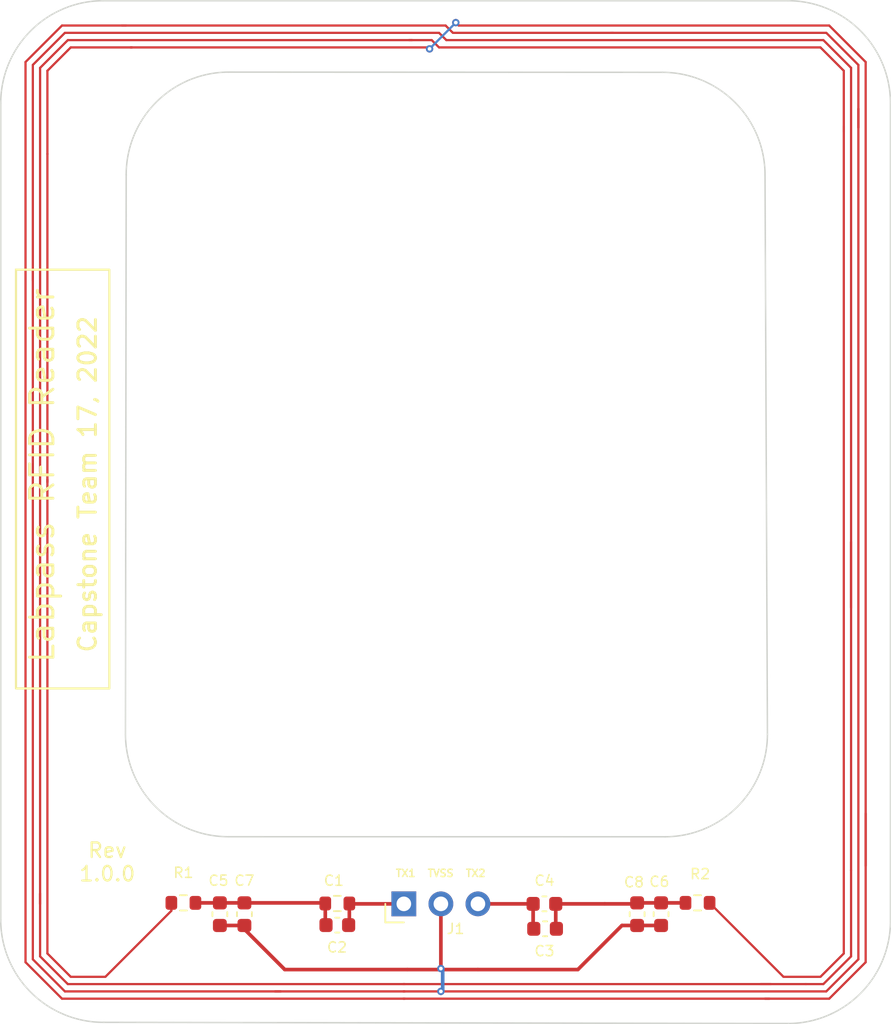
<source format=kicad_pcb>
(kicad_pcb (version 20211014) (generator pcbnew)
  (title_block (title "Labpass RFID Reader - Mezzanine") (date "2022-05-15") (rev "1.0.0"))
  (layers (0 "F.Cu" signal) (31 "B.Cu" signal) (34 "B.Paste" user) (35 "F.Paste" user) (36 "B.SilkS" user "B.Silkscreen") (37 "F.SilkS" user "F.Silkscreen") (38 "B.Mask" user) (39 "F.Mask" user) (44 "Edge.Cuts" user))
  (net 0 "")
  (net 1 "Net-(C1-Pad1)")
  (net 2 "Net-(C1-Pad2)")
  (net 3 "Net-(C3-Pad1)")
  (net 4 "Net-(C3-Pad2)")
  (net 5 "Net-(C5-Pad1)")
  (footprint "Resistor_SMD:R_0603_1608Metric" (layer "F.Cu") (at 132.1 116.375005 180)
    (fp_text reference "C1" (at 0.237258 1.567005 180) (layer "F.SilkS") (effects (font (size 0.7 0.7) (thickness 0.1))))
    (fp_text value "11p")
    (fp_line (start -0.237258 -0.5225) (end 0.237258 -0.5225) (layer "F.SilkS") (width 0.12))
    (fp_line (start -0.237258 0.5225) (end 0.237258 0.5225) (layer "F.SilkS") (width 0.12))
    (pad "1" smd roundrect (at -0.825 0 180) (size 0.8 0.95) (layers "F.Cu" "F.Paste" "F.Mask") (net 1 "Net-(C1-Pad1)"))
    (pad "2" smd roundrect (at 0.825 0 180) (size 0.8 0.95) (layers "F.Cu" "F.Paste" "F.Mask") (net 2 "Net-(C1-Pad2)"))
  )
  (footprint "MountingHole:MountingHole_2.5mm" (layer "F.Cu") (at 114.985704 118.617817)
    (fp_text reference "REF**" hide)
    (fp_text value "MountingHole_2.5mm" hide)
    (pad "" np_thru_hole circle (at 0 0) (size 2.5 2.5) (drill 2.5) (layers *.Cu *.Mask))
  )
  (footprint "Capacitor_SMD:C_0603_1608Metric" (layer "F.Cu") (at 124.046907 117.107 90)
    (fp_text reference "C5" (at 2.299 -0.094907 180) (layer "F.SilkS") (effects (font (size 0.7 0.7) (thickness 0.1))))
    (fp_text value "30p")
    (fp_line (start -0.14058 0.51) (end 0.14058 0.51) (layer "F.SilkS") (width 0.12))
    (fp_line (start -0.14058 -0.51) (end 0.14058 -0.51) (layer "F.SilkS") (width 0.12))
    (pad "1" smd roundrect (at -0.775 0 90) (size 0.9 0.95) (layers "F.Cu" "F.Paste" "F.Mask") (net 5 "Net-(C5-Pad1)"))
    (pad "2" smd roundrect (at 0.775 0 90) (size 0.9 0.95) (layers "F.Cu" "F.Paste" "F.Mask") (net 2 "Net-(C1-Pad2)"))
  )
  (footprint "Capacitor_SMD:C_0603_1608Metric" (layer "F.Cu") (at 132.1 117.856 180)
    (fp_text reference "C2" (at 0.02 -1.524 180) (layer "F.SilkS") (effects (font (size 0.7 0.7) (thickness 0.1))))
    (fp_text value "NC")
    (fp_line (start -0.14058 0.51) (end 0.14058 0.51) (layer "F.SilkS") (width 0.12))
    (fp_line (start -0.14058 -0.51) (end 0.14058 -0.51) (layer "F.SilkS") (width 0.12))
    (pad "1" smd roundrect (at -0.775 0 180) (size 0.9 0.95) (layers "F.Cu" "F.Paste" "F.Mask") (net 1 "Net-(C1-Pad1)"))
    (pad "2" smd roundrect (at 0.775 0 180) (size 0.9 0.95) (layers "F.Cu" "F.Paste" "F.Mask") (net 2 "Net-(C1-Pad2)"))
  )
  (footprint "Capacitor_SMD:C_0603_1608Metric" (layer "F.Cu") (at 152.654 117.107 90)
    (fp_text reference "C8" (at 2.192 -0.216 180) (layer "F.SilkS") (effects (font (size 0.7 0.7) (thickness 0.1))))
    (fp_text value "32p")
    (fp_line (start -0.14058 0.51) (end 0.14058 0.51) (layer "F.SilkS") (width 0.12))
    (fp_line (start -0.14058 -0.51) (end 0.14058 -0.51) (layer "F.SilkS") (width 0.12))
    (pad "1" smd roundrect (at -0.775 0 90) (size 0.9 0.95) (layers "F.Cu" "F.Paste" "F.Mask") (net 5 "Net-(C5-Pad1)"))
    (pad "2" smd roundrect (at 0.775 0 90) (size 0.9 0.95) (layers "F.Cu" "F.Paste" "F.Mask") (net 4 "Net-(C3-Pad2)"))
  )
  (footprint "MountingHole:MountingHole_2.5mm" (layer "F.Cu") (at 114.960704 60.667817)
    (fp_text reference "REF**" hide)
    (fp_text value "MountingHole_2.5mm" hide)
    (pad "" np_thru_hole circle (at 0 0) (size 2.5 2.5) (drill 2.5) (layers *.Cu *.Mask))
  )
  (footprint "Resistor_SMD:R_0603_1608Metric" (layer "F.Cu") (at 156.796907 116.332)
    (fp_text reference "R2" (at 0.175093 -1.976994) (layer "F.SilkS") (effects (font (size 0.7 0.7) (thickness 0.1))))
    (fp_text value "R_US")
    (fp_line (start -0.237258 -0.5225) (end 0.237258 -0.5225) (layer "F.SilkS") (width 0.12))
    (fp_line (start -0.237258 0.5225) (end 0.237258 0.5225) (layer "F.SilkS") (width 0.12))
    (pad "1" smd roundrect (at -0.825 0) (size 0.8 0.95) (layers "F.Cu" "F.Paste" "F.Mask") (net 4 "Net-(C3-Pad2)"))
    (pad "2" smd roundrect (at 0.825 0) (size 0.8 0.95) (layers "F.Cu" "F.Paste" "F.Mask") (net 5 "Net-(C5-Pad1)"))
  )
  (footprint "MountingHole:MountingHole_2.5mm" (layer "F.Cu") (at 163.960704 60.567817)
    (fp_text reference "REF**" hide)
    (fp_text value "MountingHole_2.5mm" hide)
    (pad "" np_thru_hole circle (at 0 0) (size 2.5 2.5) (drill 2.5) (layers *.Cu *.Mask))
  )
  (footprint "Capacitor_SMD:C_0603_1608Metric" (layer "F.Cu") (at 146.3 116.4)
    (fp_text reference "C4" (at 0.004 -1.592) (layer "F.SilkS") (effects (font (size 0.7 0.7) (thickness 0.1))))
    (fp_text value "11p")
    (fp_line (start -0.14058 0.51) (end 0.14058 0.51) (layer "F.SilkS") (width 0.12))
    (fp_line (start -0.14058 -0.51) (end 0.14058 -0.51) (layer "F.SilkS") (width 0.12))
    (pad "1" smd roundrect (at -0.775 0) (size 0.9 0.95) (layers "F.Cu" "F.Paste" "F.Mask") (net 3 "Net-(C3-Pad1)"))
    (pad "2" smd roundrect (at 0.775 0) (size 0.9 0.95) (layers "F.Cu" "F.Paste" "F.Mask") (net 4 "Net-(C3-Pad2)"))
  )
  (footprint "Capstone Footprint Library:PinHeader_1x03_P2.54mm_Horizontal" (layer "F.Cu") (at 136.66 116.4 90)
    (fp_text reference "J1" (at -1.71 3.548 180) (layer "F.SilkS") (effects (font (size 0.7 0.7) (thickness 0.1))))
    (fp_text value "Conn_01x03_Male" hide)
    (fp_line (start -1.27 0) (end -1.27 -1.27) (layer "F.SilkS") (width 0.12))
    (fp_line (start -1.27 -1.27) (end 0 -1.27) (layer "F.SilkS") (width 0.12))
    (pad "1" thru_hole rect (at 0 0 90) (size 1.7 1.7) (drill 1) (layers *.Cu *.Mask) (net 1 "Net-(C1-Pad1)"))
    (pad "2" thru_hole oval (at 0 2.54 90) (size 1.7 1.7) (drill 1) (layers *.Cu *.Mask) (net 5 "Net-(C5-Pad1)"))
    (pad "3" thru_hole oval (at 0 5.08 90) (size 1.7 1.7) (drill 1) (layers *.Cu *.Mask) (net 3 "Net-(C3-Pad1)"))
  )
  (footprint "MountingHole:MountingHole_2.5mm" (layer "F.Cu") (at 164.035704 118.567817)
    (fp_text reference "REF**" hide)
    (fp_text value "MountingHole_2.5mm" hide)
    (pad "" np_thru_hole circle (at 0 0) (size 2.5 2.5) (drill 2.5) (layers *.Cu *.Mask))
  )
  (footprint "Capacitor_SMD:C_0603_1608Metric" (layer "F.Cu") (at 146.345 118.11)
    (fp_text reference "C3" (at -0.041 1.524) (layer "F.SilkS") (effects (font (size 0.7 0.7) (thickness 0.1))))
    (fp_text value "NC")
    (fp_line (start -0.14058 0.51) (end 0.14058 0.51) (layer "F.SilkS") (width 0.12))
    (fp_line (start -0.14058 -0.51) (end 0.14058 -0.51) (layer "F.SilkS") (width 0.12))
    (pad "1" smd roundrect (at -0.775 0) (size 0.9 0.95) (layers "F.Cu" "F.Paste" "F.Mask") (net 3 "Net-(C3-Pad1)"))
    (pad "2" smd roundrect (at 0.775 0) (size 0.9 0.95) (layers "F.Cu" "F.Paste" "F.Mask") (net 4 "Net-(C3-Pad2)"))
  )
  (footprint "Resistor_SMD:R_0603_1608Metric" (layer "F.Cu") (at 121.546907 116.332 180)
    (fp_text reference "R1" (at 0 2.067005) (layer "F.SilkS") (effects (font (size 0.7 0.7) (thickness 0.1))))
    (fp_text value "R_US")
    (fp_line (start -0.237258 -0.5225) (end 0.237258 -0.5225) (layer "F.SilkS") (width 0.12))
    (fp_line (start -0.237258 0.5225) (end 0.237258 0.5225) (layer "F.SilkS") (width 0.12))
    (pad "1" smd roundrect (at -0.825 0 180) (size 0.8 0.95) (layers "F.Cu" "F.Paste" "F.Mask") (net 2 "Net-(C1-Pad2)"))
    (pad "2" smd roundrect (at 0.825 0 180) (size 0.8 0.95) (layers "F.Cu" "F.Paste" "F.Mask") (net 5 "Net-(C5-Pad1)"))
  )
  (footprint "Capacitor_SMD:C_0603_1608Metric" (layer "F.Cu") (at 125.73 117.107 -90)
    (fp_text reference "C7" (at -2.299 0) (layer "F.SilkS") (effects (font (size 0.7 0.7) (thickness 0.1))))
    (fp_text value "32p")
    (fp_line (start -0.14058 0.51) (end 0.14058 0.51) (layer "F.SilkS") (width 0.12))
    (fp_line (start -0.14058 -0.51) (end 0.14058 -0.51) (layer "F.SilkS") (width 0.12))
    (pad "1" smd roundrect (at -0.775 0 270) (size 0.9 0.95) (layers "F.Cu" "F.Paste" "F.Mask") (net 2 "Net-(C1-Pad2)"))
    (pad "2" smd roundrect (at 0.775 0 270) (size 0.9 0.95) (layers "F.Cu" "F.Paste" "F.Mask") (net 5 "Net-(C5-Pad1)"))
  )
  (footprint "Capacitor_SMD:C_0603_1608Metric" (layer "F.Cu") (at 154.296907 117.107 -90)
    (fp_text reference "C6" (at -2.226994 0.118907) (layer "F.SilkS") (effects (font (size 0.7 0.7) (thickness 0.1))))
    (fp_text value "30p")
    (fp_line (start -0.14058 0.51) (end 0.14058 0.51) (layer "F.SilkS") (width 0.12))
    (fp_line (start -0.14058 -0.51) (end 0.14058 -0.51) (layer "F.SilkS") (width 0.12))
    (pad "1" smd roundrect (at -0.775 0 270) (size 0.9 0.95) (layers "F.Cu" "F.Paste" "F.Mask") (net 4 "Net-(C3-Pad2)"))
    (pad "2" smd roundrect (at 0.775 0 270) (size 0.9 0.95) (layers "F.Cu" "F.Paste" "F.Mask") (net 5 "Net-(C5-Pad1)"))
  )
  (gr_rect (start 110.070004 101.634999) (end 116.470004 72.934999) (layer "F.SilkS") (width 0.15) (fill none))
  (gr_line (start 124.648125 111.79751) (end 154.574972 111.8025) (layer "Edge.Cuts") (width 0.1))
  (gr_arc (start 116.096222 124.520005) (mid 111.103006 122.47769) (end 109.023097 117.500005) (layer "Edge.Cuts") (width 0.1))
  (gr_arc (start 170.023097 117.570025) (mid 167.970004 122.535002) (end 163.009972 124.600005) (layer "Edge.Cuts") (width 0.1))
  (gr_line (start 162.993117 54.500005) (end 116.036222 54.500005) (layer "Edge.Cuts") (width 0.1))
  (gr_line (start 161.423097 66.420625) (end 161.588097 104.77252) (layer "Edge.Cuts") (width 0.1))
  (gr_arc (start 109.023097 61.529985) (mid 111.076178 56.565001) (end 116.036222 54.500005) (layer "Edge.Cuts") (width 0.1))
  (gr_line (start 117.625 66.422491) (end 117.575 104.77751) (layer "Edge.Cuts") (width 0.1))
  (gr_arc (start 124.648125 111.79751) (mid 119.654876 109.755226) (end 117.575 104.77751) (layer "Edge.Cuts") (width 0.1))
  (gr_arc (start 117.625 66.422491) (mid 119.678079 61.457504) (end 124.638125 59.392511) (layer "Edge.Cuts") (width 0.1))
  (gr_line (start 124.638125 59.392511) (end 154.393117 59.4075) (layer "Edge.Cuts") (width 0.1))
  (gr_line (start 109.023097 117.500005) (end 109.023097 61.529985) (layer "Edge.Cuts") (width 0.1))
  (gr_line (start 170.023097 117.570025) (end 170.023097 61.51313) (layer "Edge.Cuts") (width 0.1))
  (gr_arc (start 162.993117 54.500005) (mid 167.958097 56.553087) (end 170.023097 61.51313) (layer "Edge.Cuts") (width 0.1))
  (gr_arc (start 154.393117 59.4075) (mid 159.358099 61.460581) (end 161.423097 66.420625) (layer "Edge.Cuts") (width 0.1))
  (gr_arc (start 161.588097 104.77252) (mid 159.535019 109.73753) (end 154.574972 111.8025) (layer "Edge.Cuts") (width 0.1))
  (gr_line (start 163.009972 124.600005) (end 116.096222 124.520005) (layer "Edge.Cuts") (width 0.1))
  (gr_text "Capstone Team 17, 2022" (at 114.970004 87.634999 -270) (layer "F.SilkS") (effects (font (size 1.2 1.2) (thickness 0.2))))
  (gr_text "Labpass RFID Reader" (at 111.870004 87.034999 -270) (layer "F.SilkS") (effects (font (size 1.6 1.6) (thickness 0.2))))
  (gr_text "TX2" (at 141.584 114.3) (layer "F.SilkS") (effects (font (size 0.5 0.5) (thickness 0.1))))
  (gr_text "TVSS" (at 139.184 114.3) (layer "F.SilkS") (effects (font (size 0.5 0.5) (thickness 0.1))))
  (gr_text "TX1" (at 136.784 114.3) (layer "F.SilkS") (effects (font (size 0.5 0.5) (thickness 0.1))))
  (gr_text "Rev\n1.0.0" (at 116.332 113.538) (layer "F.SilkS") (effects (font (size 1 1))))
  (segment (start 132.925 116.375005) (end 132.925 117.806) (width 0.25) (layer "F.Cu") (net 1))
  (segment (start 136.66 116.4) (end 132.949995 116.4) (width 0.25) (layer "F.Cu") (net 1))
  (segment (start 132.925 117.806) (end 132.875 117.856) (width 0.25) (layer "F.Cu") (net 1))
  (segment (start 132.949995 116.4) (end 132.925 116.375005) (width 0.25) (layer "F.Cu") (net 1))
  (segment (start 124.046907 116.332) (end 125.73 116.332) (width 0.25) (layer "F.Cu") (net 2))
  (segment (start 131.231995 116.332) (end 131.275 116.375005) (width 0.25) (layer "F.Cu") (net 2))
  (segment (start 131.275 117.806) (end 131.325 117.856) (width 0.25) (layer "F.Cu") (net 2))
  (segment (start 122.371907 116.332) (end 124.046907 116.332) (width 0.25) (layer "F.Cu") (net 2))
  (segment (start 125.73 116.332) (end 131.231995 116.332) (width 0.25) (layer "F.Cu") (net 2))
  (segment (start 131.275 116.375005) (end 131.275 117.806) (width 0.25) (layer "F.Cu") (net 2))
  (segment (start 141.74 116.4) (end 145.525 116.4) (width 0.25) (layer "F.Cu") (net 3))
  (segment (start 145.525 116.4) (end 145.525 118.065) (width 0.25) (layer "F.Cu") (net 3))
  (segment (start 150.436 116.4) (end 152.586 116.4) (width 0.25) (layer "F.Cu") (net 4))
  (segment (start 152.654 116.332) (end 154.296907 116.332) (width 0.25) (layer "F.Cu") (net 4))
  (segment (start 154.296907 116.332) (end 155.971907 116.332) (width 0.25) (layer "F.Cu") (net 4))
  (segment (start 152.586 116.4) (end 152.654 116.332) (width 0.25) (layer "F.Cu") (net 4))
  (segment (start 147.075 116.4) (end 150.436 116.4) (width 0.25) (layer "F.Cu") (net 4))
  (segment (start 147.075 116.4) (end 147.075 118.065) (width 0.25) (layer "F.Cu") (net 4))
  (segment (start 161.723097 122.900005) (end 136.623097 122.900005) (width 0.1524) (layer "F.Cu") (net 5))
  (segment (start 136.906 120.904) (end 139.130999 120.904) (width 0.25) (layer "F.Cu") (net 5))
  (segment (start 139.523097 56.200005) (end 140.023097 56.700005) (width 0.1524) (layer "F.Cu") (net 5))
  (segment (start 167.823097 61.900005) (end 167.823097 120.200005) (width 0.1524) (layer "F.Cu") (net 5))
  (segment (start 162.689912 121.400005) (end 157.621907 116.332) (width 0.1524) (layer "F.Cu") (net 5))
  (segment (start 139.269001 120.904) (end 139.2 120.834999) (width 0.25) (layer "F.Cu") (net 5))
  (segment (start 168.323097 113.800005) (end 168.323097 58.700005) (width 0.1524) (layer "F.Cu") (net 5))
  (segment (start 150.823097 56.700005) (end 165.623097 56.700005) (width 0.1524) (layer "F.Cu") (net 5))
  (segment (start 168.323097 120.400005) (end 165.823097 122.900005) (width 0.1524) (layer "F.Cu") (net 5))
  (segment (start 136.906 120.904) (end 128.498 120.904) (width 0.25) (layer "F.Cu") (net 5))
  (segment (start 116.196907 121.400005) (end 113.823097 121.400005) (width 0.1524) (layer "F.Cu") (net 5))
  (segment (start 110.723097 58.700005) (end 113.223097 56.200005) (width 0.1524) (layer "F.Cu") (net 5))
  (segment (start 113.623097 121.900005) (end 111.723097 120.000005) (width 0.1524) (layer "F.Cu") (net 5))
  (segment (start 113.823097 121.400005) (end 112.223097 119.800005) (width 0.1524) (layer "F.Cu") (net 5))
  (segment (start 111.223097 120.200005) (end 111.223097 72.900005) (width 0.1524) (layer "F.Cu") (net 5))
  (segment (start 139.073097 57.700005) (end 165.223097 57.700005) (width 0.1524) (layer "F.Cu") (net 5))
  (segment (start 167.823097 58.900005) (end 167.823097 63.200005) (width 0.1524) (layer "F.Cu") (net 5))
  (segment (start 165.223097 57.700005) (end 166.823097 59.300005) (width 0.1524) (layer "F.Cu") (net 5))
  (segment (start 167.323097 114.100005) (end 167.323097 120.000005) (width 0.1524) (layer "F.Cu") (net 5))
  (segment (start 164.223097 121.900005) (end 161.123097 121.900005) (width 0.1524) (layer "F.Cu") (net 5))
  (segment (start 137.023097 57.200005) (end 138.573097 57.200005) (width 0.1524) (layer "F.Cu") (net 5))
  (segment (start 167.823097 120.200005) (end 165.623097 122.400005) (width 0.1524) (layer "F.Cu") (net 5))
  (segment (start 113.423097 122.400005) (end 111.223097 120.200005) (width 0.1524) (layer "F.Cu") (net 5))
  (segment (start 112.223097 87.500005) (end 112.223097 65.000005) (width 0.1524) (layer "F.Cu") (net 5))
  (segment (start 111.723097 116.400005) (end 111.723097 59.100005) (width 0.1524) (layer "F.Cu") (net 5))
  (segment (start 152.654 117.882) (end 151.612 117.882) (width 0.25) (layer "F.Cu") (net 5))
  (segment (start 117.323097 56.200005) (end 139.523097 56.200005) (width 0.1524) (layer "F.Cu") (net 5))
  (segment (start 112.223097 65.000005) (end 112.223097 59.300005) (width 0.1524) (layer "F.Cu") (net 5))
  (segment (start 167.323097 120.000005) (end 166.323097 121.000005) (width 0.1524) (layer "F.Cu") (net 5))
  (segment (start 140.023097 56.700005) (end 151.023097 56.700005) (width 0.1524) (layer "F.Cu") (net 5))
  (segment (start 136.723097 122.400005) (end 127.823097 122.400005) (width 0.1524) (layer "F.Cu") (net 5))
  (segment (start 120.721907 116.332) (end 120.721907 116.875005) (width 0.1524) (layer "F.Cu") (net 5))
  (segment (start 166.823097 63.100005) (end 166.823097 119.800005) (width 0.1524) (layer "F.Cu") (net 5))
  (segment (start 166.823097 59.300005) (end 166.823097 63.500005) (width 0.1524) (layer "F.Cu") (net 5))
  (segment (start 113.423097 56.700005) (end 139.073097 56.700005) (width 0.1524) (layer "F.Cu") (net 5))
  (segment (start 113.623097 57.900005) (end 113.823097 57.700005) (width 0.1524) (layer "F.Cu") (net 5))
  (segment (start 167.323097 59.100005) (end 167.323097 96.100005) (width 0.1524) (layer "F.Cu") (net 5))
  (segment (start 139.573097 57.200005) (end 165.423097 57.200005) (width 0.1524) (layer "F.Cu") (net 5))
  (segment (start 139.2 116.4) (end 139.2 120.834999) (width 0.25) (layer "F.Cu") (net 5))
  (segment (start 154.296907 117.882) (end 152.654 117.882) (width 0.25) (layer "F.Cu") (net 5))
  (segment (start 110.723097 120.400005) (end 110.723097 58.700005) (width 0.1524) (layer "F.Cu") (net 5))
  (segment (start 161.823097 121.900005) (end 136.623097 121.900005) (width 0.1524) (layer "F.Cu") (net 5))
  (segment (start 136.723097 121.900005) (end 113.623097 121.900005) (width 0.1524) (layer "F.Cu") (net 5))
  (segment (start 111.723097 120.000005) (end 111.723097 115.700005) (width 0.1524) (layer "F.Cu") (net 5))
  (segment (start 111.223097 73.700005) (end 111.223097 58.900005) (width 0.1524) (layer "F.Cu") (net 5))
  (segment (start 111.723097 59.100005) (end 113.623097 57.200005) (width 0.1524) (layer "F.Cu") (net 5))
  (segment (start 139.130999 120.904) (end 139.2 120.834999) (width 0.25) (layer "F.Cu") (net 5))
  (segment (start 165.623097 56.700005) (end 167.823097 58.900005) (width 0.1524) (layer "F.Cu") (net 5))
  (segment (start 117.923097 57.700005) (end 138.323097 57.700005) (width 0.1524) (layer "F.Cu") (net 5))
  (segment (start 113.223097 56.200005) (end 117.623097 56.200005) (width 0.1524) (layer "F.Cu") (net 5))
  (segment (start 167.323097 91.600005) (end 167.323097 114.100005) (width 0.1524) (layer "F.Cu") (net 5))
  (segment (start 168.323097 58.700005) (end 165.823097 56.200005) (width 0.1524) (layer "F.Cu") (net 5))
  (segment (start 113.823097 57.700005) (end 118.023097 57.700005) (width 0.1524) (layer "F.Cu") (net 5))
  (segment (start 128.223097 122.400005) (end 113.423097 122.400005) (width 0.1524) (layer "F.Cu") (net 5))
  (segment (start 113.623097 57.200005) (end 137.223097 57.200005) (width 0.1524) (layer "F.Cu") (net 5))
  (segment (start 165.423097 121.900005) (end 164.223097 121.900005) (width 0.1524) (layer "F.Cu") (net 5))
  (segment (start 151.612 117.882) (end 148.59 120.904) (width 0.25) (layer "F.Cu") (net 5))
  (segment (start 125.73 118.136) (end 125.73 117.882) (width 0.25) (layer "F.Cu") (net 5))
  (segment (start 166.823097 119.800005) (end 165.223097 121.400005) (width 0.1524) (layer "F.Cu") (net 5))
  (segment (start 165.623097 122.400005) (end 136.623097 122.400005) (width 0.1524) (layer "F.Cu") (net 5))
  (segment (start 166.323097 121.000005) (end 165.423097 121.900005) (width 0.1524) (layer "F.Cu") (net 5))
  (segment (start 165.423097 57.200005) (end 167.323097 59.100005) (width 0.1524) (layer "F.Cu") (net 5))
  (segment (start 138.323097 57.700005) (end 138.423097 57.800005) (width 0.1524) (layer "F.Cu") (net 5))
  (segment (start 136.723097 122.900005) (end 113.223097 122.900005) (width 0.1524) (layer "F.Cu") (net 5))
  (segment (start 140.423097 56.200005) (end 140.223097 56.000005) (width 0.1524) (layer "F.Cu") (net 5))
  (segment (start 124.046907 117.882) (end 125.73 117.882) (width 0.25) (layer "F.Cu") (net 5))
  (segment (start 128.498 120.904) (end 125.73 118.136) (width 0.25) (layer "F.Cu") (net 5))
  (segment (start 141.732 120.904) (end 139.269001 120.904) (width 0.25) (layer "F.Cu") (net 5))
  (segment (start 148.59 120.904) (end 141.732 120.904) (width 0.25) (layer "F.Cu") (net 5))
  (segment (start 113.223097 122.900005) (end 110.723097 120.400005) (width 0.1524) (layer "F.Cu") (net 5))
  (segment (start 165.223097 121.400005) (end 162.689912 121.400005) (width 0.1524) (layer "F.Cu") (net 5))
  (segment (start 112.223097 59.300005) (end 113.623097 57.900005) (width 0.1524) (layer "F.Cu") (net 5))
  (segment (start 168.323097 110.200005) (end 168.323097 120.400005) (width 0.1524) (layer "F.Cu") (net 5))
  (segment (start 112.223097 119.800005) (end 112.223097 87.300005) (width 0.1524) (layer "F.Cu") (net 5))
  (segment (start 165.823097 56.200005) (end 140.423097 56.200005) (width 0.1524) (layer "F.Cu") (net 5))
  (segment (start 138.573097 57.200005) (end 139.073097 57.700005) (width 0.1524) (layer "F.Cu") (net 5))
  (segment (start 139.073097 56.700005) (end 139.573097 57.200005) (width 0.1524) (layer "F.Cu") (net 5))
  (segment (start 120.721907 116.875005) (end 116.196907 121.400005) (width 0.1524) (layer "F.Cu") (net 5))
  (segment (start 111.223097 58.900005) (end 113.423097 56.700005) (width 0.1524) (layer "F.Cu") (net 5))
  (segment (start 165.823097 122.900005) (end 161.423097 122.900005) (width 0.1524) (layer "F.Cu") (net 5))
  (via (at 138.423097 57.800005) (size 0.508) (drill 0.254) (layers "F.Cu" "B.Cu") (net 5))
  (via (at 140.223097 56.000005) (size 0.508) (drill 0.254) (layers "F.Cu" "B.Cu") (net 5))
  (via (at 139.2 122.400005) (size 0.508) (drill 0.254) (layers "F.Cu" "B.Cu") (net 5))
  (via (at 139.2 120.834999) (size 0.508) (drill 0.254) (layers "F.Cu" "B.Cu") (net 5))
  (segment (start 138.523097 57.700005) (end 140.223097 56.000005) (width 0.1524) (layer "B.Cu") (net 5))
  (segment (start 139.323097 122.400005) (end 139.323097 120.834999) (width 0.25) (layer "B.Cu") (net 5))
)
</source>
